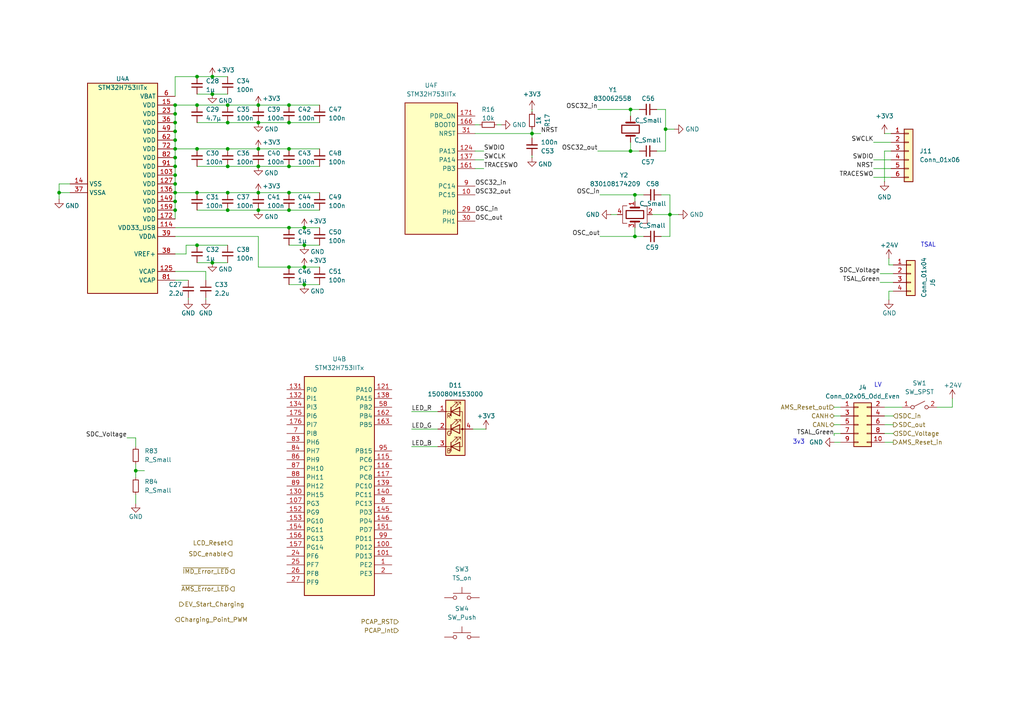
<source format=kicad_sch>
(kicad_sch
	(version 20231120)
	(generator "eeschema")
	(generator_version "8.0")
	(uuid "35b8a975-a1f8-4a47-8395-8e1ea283b386")
	(paper "A4")
	
	(junction
		(at 50.8 58.42)
		(diameter 0)
		(color 0 0 0 0)
		(uuid "0639ff6d-0fa4-4a92-9101-ae69b2e89fd2")
	)
	(junction
		(at 61.595 22.225)
		(diameter 0)
		(color 0 0 0 0)
		(uuid "0fb52946-5285-4acc-80fc-8023aaa28b8f")
	)
	(junction
		(at 57.15 30.48)
		(diameter 0)
		(color 0 0 0 0)
		(uuid "1277a601-4d5f-42fb-a0c5-a1f18ba0016e")
	)
	(junction
		(at 17.145 55.88)
		(diameter 0)
		(color 0 0 0 0)
		(uuid "2796a69f-5a9c-488e-9ca8-97c62d488f95")
	)
	(junction
		(at 39.37 136.525)
		(diameter 0)
		(color 0 0 0 0)
		(uuid "38d409b5-2312-4643-b1fc-fd0131fce598")
	)
	(junction
		(at 57.15 55.88)
		(diameter 0)
		(color 0 0 0 0)
		(uuid "3a44a5b6-35e6-477b-bf34-724cef99df7e")
	)
	(junction
		(at 50.8 30.48)
		(diameter 0)
		(color 0 0 0 0)
		(uuid "3b2e415b-e57a-4f5e-b680-987d6e0ee75d")
	)
	(junction
		(at 66.04 43.18)
		(diameter 0)
		(color 0 0 0 0)
		(uuid "412c5816-2822-46ca-a32f-61cb431bfe1e")
	)
	(junction
		(at 50.8 33.02)
		(diameter 0)
		(color 0 0 0 0)
		(uuid "430d2d22-0f07-45e6-a066-ebb18e98b45d")
	)
	(junction
		(at 83.82 77.47)
		(diameter 0)
		(color 0 0 0 0)
		(uuid "432f5d77-435d-4ec6-8d84-c3578eca972e")
	)
	(junction
		(at 74.93 48.26)
		(diameter 0)
		(color 0 0 0 0)
		(uuid "43f5a8a8-38be-4f74-81aa-71bbc42e5709")
	)
	(junction
		(at 88.265 82.55)
		(diameter 0)
		(color 0 0 0 0)
		(uuid "4904ae19-57ee-4766-a793-026af6184969")
	)
	(junction
		(at 50.8 55.88)
		(diameter 0)
		(color 0 0 0 0)
		(uuid "4a33e8c1-b15f-4db0-b29d-1dd2148aad9a")
	)
	(junction
		(at 74.93 55.88)
		(diameter 0)
		(color 0 0 0 0)
		(uuid "4bd9b2ee-526d-4e54-8543-852c7a6f1074")
	)
	(junction
		(at 50.8 38.1)
		(diameter 0)
		(color 0 0 0 0)
		(uuid "4bef900f-dc66-42af-b560-e8cc8d6a6bce")
	)
	(junction
		(at 50.8 35.56)
		(diameter 0)
		(color 0 0 0 0)
		(uuid "4c2b925c-0792-420d-8f18-1f562d9b6ba2")
	)
	(junction
		(at 88.265 71.12)
		(diameter 0)
		(color 0 0 0 0)
		(uuid "4ff38491-b732-4bec-930a-4ca407ceb858")
	)
	(junction
		(at 193.04 37.465)
		(diameter 0)
		(color 0 0 0 0)
		(uuid "556ed635-fced-44e3-845c-f708c990d149")
	)
	(junction
		(at 83.82 66.04)
		(diameter 0)
		(color 0 0 0 0)
		(uuid "58f143f7-5a5b-4ff8-89cf-03a63964eb53")
	)
	(junction
		(at 184.15 56.515)
		(diameter 0)
		(color 0 0 0 0)
		(uuid "592f8bd9-4310-4fe4-b840-3718d5a08ff0")
	)
	(junction
		(at 74.93 35.56)
		(diameter 0)
		(color 0 0 0 0)
		(uuid "5a46c399-0f9f-4049-86b9-32bfb792b0a4")
	)
	(junction
		(at 57.15 22.225)
		(diameter 0)
		(color 0 0 0 0)
		(uuid "5ee7831a-b9cd-4699-8b90-ccd7a33a516a")
	)
	(junction
		(at 83.82 60.96)
		(diameter 0)
		(color 0 0 0 0)
		(uuid "62af3ba4-2380-4137-9c4c-8f703fa148db")
	)
	(junction
		(at 74.93 30.48)
		(diameter 0)
		(color 0 0 0 0)
		(uuid "6b4ae941-68bd-4806-b564-6051c3e374f6")
	)
	(junction
		(at 50.8 45.72)
		(diameter 0)
		(color 0 0 0 0)
		(uuid "6e7d6e8b-008e-46f2-97bf-300e301fcdc5")
	)
	(junction
		(at 61.595 27.305)
		(diameter 0)
		(color 0 0 0 0)
		(uuid "84972f59-b0b8-441f-aae9-7917b0ac015f")
	)
	(junction
		(at 74.93 43.18)
		(diameter 0)
		(color 0 0 0 0)
		(uuid "84d185bd-171c-460f-91bf-66aa757880e7")
	)
	(junction
		(at 66.04 35.56)
		(diameter 0)
		(color 0 0 0 0)
		(uuid "8a3e42ba-433e-476e-bec8-923cd84f46fb")
	)
	(junction
		(at 50.8 50.8)
		(diameter 0)
		(color 0 0 0 0)
		(uuid "93864b3d-3224-4702-bf3d-2ed04340069c")
	)
	(junction
		(at 88.265 77.47)
		(diameter 0)
		(color 0 0 0 0)
		(uuid "9e0818cf-2913-43d0-81ad-5fd7c6a3ddb1")
	)
	(junction
		(at 66.04 48.26)
		(diameter 0)
		(color 0 0 0 0)
		(uuid "a8da62c7-b5b2-4a05-8568-ce944b258201")
	)
	(junction
		(at 184.15 68.58)
		(diameter 0)
		(color 0 0 0 0)
		(uuid "ac9f37a4-8446-4a5b-a6ff-9f608799a097")
	)
	(junction
		(at 50.8 48.26)
		(diameter 0)
		(color 0 0 0 0)
		(uuid "b510fd1a-117a-465f-a751-9a561bd2ac96")
	)
	(junction
		(at 50.8 40.64)
		(diameter 0)
		(color 0 0 0 0)
		(uuid "b530e2a2-741c-4c76-ace0-7d60e6d206ce")
	)
	(junction
		(at 83.82 55.88)
		(diameter 0)
		(color 0 0 0 0)
		(uuid "bca7b570-75fa-40a7-a5dd-b415eee9e6fa")
	)
	(junction
		(at 83.82 48.26)
		(diameter 0)
		(color 0 0 0 0)
		(uuid "bcf0274b-9b82-4ddd-b442-da13a9d22e46")
	)
	(junction
		(at 57.15 71.12)
		(diameter 0)
		(color 0 0 0 0)
		(uuid "bdeb1722-eb35-4647-a7e0-350ed2e01785")
	)
	(junction
		(at 194.31 62.23)
		(diameter 0)
		(color 0 0 0 0)
		(uuid "c2234057-b903-484a-a2e3-a32a8859901c")
	)
	(junction
		(at 74.93 60.96)
		(diameter 0)
		(color 0 0 0 0)
		(uuid "c55b6c0a-705b-4ad7-afc8-beda683bc62e")
	)
	(junction
		(at 57.15 43.18)
		(diameter 0)
		(color 0 0 0 0)
		(uuid "ced6b67c-b589-447b-b173-eb3d5278bd77")
	)
	(junction
		(at 88.265 66.04)
		(diameter 0)
		(color 0 0 0 0)
		(uuid "ceeeb9fd-c3cf-438c-9822-df85739f3524")
	)
	(junction
		(at 154.305 38.735)
		(diameter 0)
		(color 0 0 0 0)
		(uuid "d01fb329-49c1-4312-9a86-8c2522e92a75")
	)
	(junction
		(at 182.88 43.815)
		(diameter 0)
		(color 0 0 0 0)
		(uuid "d62f36d0-5342-483c-96b2-d979dd1cfd28")
	)
	(junction
		(at 182.88 31.75)
		(diameter 0)
		(color 0 0 0 0)
		(uuid "d7b6fc6c-855c-4ad5-b8db-ffb1631d4d8e")
	)
	(junction
		(at 61.595 76.2)
		(diameter 0)
		(color 0 0 0 0)
		(uuid "dc976682-daa7-427b-b632-e4e6f1b2f4a5")
	)
	(junction
		(at 50.8 53.34)
		(diameter 0)
		(color 0 0 0 0)
		(uuid "e0d34c7c-a2c8-4d45-a4be-7edc074c7759")
	)
	(junction
		(at 83.82 30.48)
		(diameter 0)
		(color 0 0 0 0)
		(uuid "e6ae9a3e-d48c-4e18-9235-74fe81b4c978")
	)
	(junction
		(at 50.8 60.96)
		(diameter 0)
		(color 0 0 0 0)
		(uuid "eea696d1-0980-4f7d-9ba9-1ff3dcb2b606")
	)
	(junction
		(at 66.04 55.88)
		(diameter 0)
		(color 0 0 0 0)
		(uuid "f3f74bf6-10b1-4218-bfb6-61ef3118c054")
	)
	(junction
		(at 66.04 60.96)
		(diameter 0)
		(color 0 0 0 0)
		(uuid "f5150f2b-4683-49e5-a470-3066104142ee")
	)
	(junction
		(at 50.8 43.18)
		(diameter 0)
		(color 0 0 0 0)
		(uuid "f5abb69e-3023-40b6-8c88-ffed31815111")
	)
	(junction
		(at 66.04 30.48)
		(diameter 0)
		(color 0 0 0 0)
		(uuid "f71381d7-d154-4117-8ffa-0d9e641e8953")
	)
	(junction
		(at 83.82 43.18)
		(diameter 0)
		(color 0 0 0 0)
		(uuid "fa07ce36-60e8-4ebb-8b80-5cc0f863054d")
	)
	(junction
		(at 83.82 35.56)
		(diameter 0)
		(color 0 0 0 0)
		(uuid "fea021c6-6169-4cbd-bd9b-0c0e6e7bdfc0")
	)
	(wire
		(pts
			(xy 17.145 53.34) (xy 17.145 55.88)
		)
		(stroke
			(width 0)
			(type default)
		)
		(uuid "032e93c1-425f-4fcb-aba6-03ae1c74082b")
	)
	(wire
		(pts
			(xy 50.8 48.26) (xy 50.8 50.8)
		)
		(stroke
			(width 0)
			(type default)
		)
		(uuid "04debeef-549a-4c39-927b-69f1f0139e70")
	)
	(wire
		(pts
			(xy 119.38 129.54) (xy 127 129.54)
		)
		(stroke
			(width 0)
			(type default)
		)
		(uuid "05c2eb4c-a567-4a7b-9a8b-6cba89516905")
	)
	(wire
		(pts
			(xy 83.82 82.55) (xy 88.265 82.55)
		)
		(stroke
			(width 0)
			(type default)
		)
		(uuid "0897e0f0-120b-400e-bb14-897e40e7b02d")
	)
	(wire
		(pts
			(xy 50.8 43.18) (xy 50.8 45.72)
		)
		(stroke
			(width 0)
			(type default)
		)
		(uuid "097118d6-edc8-4348-b70f-10344c435092")
	)
	(wire
		(pts
			(xy 276.225 118.11) (xy 271.78 118.11)
		)
		(stroke
			(width 0)
			(type default)
		)
		(uuid "0abfaed6-42e2-4ebd-ac06-07b93585aba9")
	)
	(wire
		(pts
			(xy 193.04 31.75) (xy 190.5 31.75)
		)
		(stroke
			(width 0)
			(type default)
		)
		(uuid "0f6e8366-0d81-4da7-9f30-62173a06d853")
	)
	(wire
		(pts
			(xy 173.355 43.815) (xy 182.88 43.815)
		)
		(stroke
			(width 0)
			(type default)
		)
		(uuid "0f761e8c-44a9-43ba-8303-ba52fba04da2")
	)
	(wire
		(pts
			(xy 83.82 30.48) (xy 92.71 30.48)
		)
		(stroke
			(width 0)
			(type default)
		)
		(uuid "0fa1f5e0-0ffe-4f7d-bf74-e541cdb35448")
	)
	(wire
		(pts
			(xy 57.15 27.305) (xy 61.595 27.305)
		)
		(stroke
			(width 0)
			(type default)
		)
		(uuid "104524c5-4e85-46bb-8fcf-6e42d9b60b65")
	)
	(wire
		(pts
			(xy 182.88 41.275) (xy 182.88 43.815)
		)
		(stroke
			(width 0)
			(type default)
		)
		(uuid "11e88f10-3504-432d-b8ed-d3a2e1236c08")
	)
	(wire
		(pts
			(xy 185.42 31.75) (xy 182.88 31.75)
		)
		(stroke
			(width 0)
			(type default)
		)
		(uuid "13465972-5b15-4360-a8d8-10dafd7f715f")
	)
	(wire
		(pts
			(xy 50.8 78.74) (xy 59.69 78.74)
		)
		(stroke
			(width 0)
			(type default)
		)
		(uuid "148b4878-4176-450e-a5d5-e6bfe383516f")
	)
	(wire
		(pts
			(xy 276.225 115.57) (xy 276.225 118.11)
		)
		(stroke
			(width 0)
			(type default)
		)
		(uuid "149f6158-2d55-4904-9005-6a7af8f5b0bd")
	)
	(wire
		(pts
			(xy 50.8 68.58) (xy 74.93 68.58)
		)
		(stroke
			(width 0)
			(type default)
		)
		(uuid "17aaff2b-efe1-44db-8c2b-80df99259895")
	)
	(wire
		(pts
			(xy 257.81 86.995) (xy 257.81 84.455)
		)
		(stroke
			(width 0)
			(type default)
		)
		(uuid "17af4a42-5d6e-4b1d-a623-823e298f89ff")
	)
	(wire
		(pts
			(xy 88.265 66.04) (xy 92.71 66.04)
		)
		(stroke
			(width 0)
			(type default)
		)
		(uuid "1a1d5fa7-6a93-453f-bf03-bdc034a2e77b")
	)
	(wire
		(pts
			(xy 83.82 55.88) (xy 92.71 55.88)
		)
		(stroke
			(width 0)
			(type default)
		)
		(uuid "1c4dff5e-c946-4edf-b17e-21144a60469e")
	)
	(wire
		(pts
			(xy 241.935 120.65) (xy 243.84 120.65)
		)
		(stroke
			(width 0)
			(type default)
		)
		(uuid "1d2e0e02-2515-4d66-aeb3-65162d89a3f4")
	)
	(wire
		(pts
			(xy 66.04 30.48) (xy 74.93 30.48)
		)
		(stroke
			(width 0)
			(type default)
		)
		(uuid "1faf3668-c96e-4421-a896-b7c77f08f668")
	)
	(wire
		(pts
			(xy 50.8 81.28) (xy 54.61 81.28)
		)
		(stroke
			(width 0)
			(type default)
		)
		(uuid "1ffb5664-1168-4c3c-85d6-4fdbdf0c4e6e")
	)
	(wire
		(pts
			(xy 255.27 79.375) (xy 259.08 79.375)
		)
		(stroke
			(width 0)
			(type default)
		)
		(uuid "24d23fd4-dde8-468b-82b9-b8390fc82a84")
	)
	(wire
		(pts
			(xy 173.99 68.58) (xy 184.15 68.58)
		)
		(stroke
			(width 0)
			(type default)
		)
		(uuid "253dfb7b-e994-492e-9366-0b579cd2b921")
	)
	(wire
		(pts
			(xy 137.795 48.895) (xy 140.335 48.895)
		)
		(stroke
			(width 0)
			(type default)
		)
		(uuid "2648ca35-0d3b-41fc-a0c7-4426c47646af")
	)
	(wire
		(pts
			(xy 154.305 37.465) (xy 154.305 38.735)
		)
		(stroke
			(width 0)
			(type default)
		)
		(uuid "26c33951-823a-4537-8b37-6d067360a301")
	)
	(wire
		(pts
			(xy 50.8 22.225) (xy 57.15 22.225)
		)
		(stroke
			(width 0)
			(type default)
		)
		(uuid "309416c5-01a5-479d-b151-4aa15c679aae")
	)
	(wire
		(pts
			(xy 74.93 77.47) (xy 83.82 77.47)
		)
		(stroke
			(width 0)
			(type default)
		)
		(uuid "310b3c16-f636-42e3-92d9-8323bba36848")
	)
	(wire
		(pts
			(xy 66.04 35.56) (xy 74.93 35.56)
		)
		(stroke
			(width 0)
			(type default)
		)
		(uuid "330ea2aa-85e8-4ceb-99f4-7100f8ce0417")
	)
	(wire
		(pts
			(xy 154.305 38.735) (xy 156.845 38.735)
		)
		(stroke
			(width 0)
			(type default)
		)
		(uuid "347806f3-c012-4e14-b373-8933bd8734e0")
	)
	(wire
		(pts
			(xy 61.595 22.225) (xy 66.04 22.225)
		)
		(stroke
			(width 0)
			(type default)
		)
		(uuid "36718045-fcd1-41c9-be9f-27d2b1210fea")
	)
	(wire
		(pts
			(xy 66.04 55.88) (xy 74.93 55.88)
		)
		(stroke
			(width 0)
			(type default)
		)
		(uuid "36d2f170-42d7-42b6-bedf-1e807c2cdfa4")
	)
	(wire
		(pts
			(xy 50.8 40.64) (xy 50.8 43.18)
		)
		(stroke
			(width 0)
			(type default)
		)
		(uuid "3ef07bc0-0d1b-4958-a3ce-4224cfe09f5c")
	)
	(wire
		(pts
			(xy 137.795 36.195) (xy 139.065 36.195)
		)
		(stroke
			(width 0)
			(type default)
		)
		(uuid "403943a3-7606-4350-b9f9-7a83a426e950")
	)
	(wire
		(pts
			(xy 57.15 71.12) (xy 66.04 71.12)
		)
		(stroke
			(width 0)
			(type default)
		)
		(uuid "41a4017a-ed14-481c-94d2-358f975fdabf")
	)
	(wire
		(pts
			(xy 88.265 77.47) (xy 92.71 77.47)
		)
		(stroke
			(width 0)
			(type default)
		)
		(uuid "4744999c-668b-4ef7-aadc-3605c6b773bc")
	)
	(wire
		(pts
			(xy 241.935 125.73) (xy 243.84 125.73)
		)
		(stroke
			(width 0)
			(type default)
		)
		(uuid "4a8c75fc-97c8-4a4c-ae30-d2dd3740701b")
	)
	(wire
		(pts
			(xy 83.82 66.04) (xy 88.265 66.04)
		)
		(stroke
			(width 0)
			(type default)
		)
		(uuid "4b920d01-933a-491c-99e7-03b14beb823a")
	)
	(wire
		(pts
			(xy 20.32 55.88) (xy 17.145 55.88)
		)
		(stroke
			(width 0)
			(type default)
		)
		(uuid "4d5c3bc0-56ca-42fc-9e4b-f425c7170797")
	)
	(wire
		(pts
			(xy 53.975 73.66) (xy 53.975 71.12)
		)
		(stroke
			(width 0)
			(type default)
		)
		(uuid "50907a1c-ae3b-4cb2-8b1f-a2bbd698e6e7")
	)
	(wire
		(pts
			(xy 193.04 37.465) (xy 193.04 31.75)
		)
		(stroke
			(width 0)
			(type default)
		)
		(uuid "50b98742-cad0-4c19-a7a0-a62a29ac5fcc")
	)
	(wire
		(pts
			(xy 39.37 146.05) (xy 39.37 143.51)
		)
		(stroke
			(width 0)
			(type default)
		)
		(uuid "55392592-7026-4f7e-ac69-d16b34d6c332")
	)
	(wire
		(pts
			(xy 186.69 56.515) (xy 184.15 56.515)
		)
		(stroke
			(width 0)
			(type default)
		)
		(uuid "555e9d66-742b-4eec-a060-e02888a73929")
	)
	(wire
		(pts
			(xy 137.795 43.815) (xy 140.335 43.815)
		)
		(stroke
			(width 0)
			(type default)
		)
		(uuid "57d04a43-6d2e-4867-91ea-a8b774abf2a0")
	)
	(wire
		(pts
			(xy 184.15 56.515) (xy 184.15 58.42)
		)
		(stroke
			(width 0)
			(type default)
		)
		(uuid "5a7fb71b-fa03-4ad2-9d6d-61e0ee9e0398")
	)
	(wire
		(pts
			(xy 61.595 76.2) (xy 66.04 76.2)
		)
		(stroke
			(width 0)
			(type default)
		)
		(uuid "5aff9e20-a3fa-44e2-b265-1bacc7296e59")
	)
	(wire
		(pts
			(xy 154.305 40.005) (xy 154.305 38.735)
		)
		(stroke
			(width 0)
			(type default)
		)
		(uuid "60b71a6b-1157-4946-bc97-0a3329be562e")
	)
	(wire
		(pts
			(xy 74.93 30.48) (xy 83.82 30.48)
		)
		(stroke
			(width 0)
			(type default)
		)
		(uuid "6303d52b-100d-46f3-a928-30836b82f1cc")
	)
	(wire
		(pts
			(xy 83.82 48.26) (xy 92.71 48.26)
		)
		(stroke
			(width 0)
			(type default)
		)
		(uuid "6396b971-f44f-406f-9e4e-0613cb6bf000")
	)
	(wire
		(pts
			(xy 39.37 136.525) (xy 41.91 136.525)
		)
		(stroke
			(width 0)
			(type default)
		)
		(uuid "6625ace8-7df0-49fe-be18-552f69797353")
	)
	(wire
		(pts
			(xy 57.15 35.56) (xy 66.04 35.56)
		)
		(stroke
			(width 0)
			(type default)
		)
		(uuid "6806237e-7ade-4701-8b03-154f1dcd585d")
	)
	(wire
		(pts
			(xy 50.8 55.88) (xy 50.8 58.42)
		)
		(stroke
			(width 0)
			(type default)
		)
		(uuid "6a586c9f-68a8-4812-82a9-a5e31d2a3515")
	)
	(wire
		(pts
			(xy 137.16 124.46) (xy 140.97 124.46)
		)
		(stroke
			(width 0)
			(type default)
		)
		(uuid "6d45df03-d4db-468d-b940-85424d61490f")
	)
	(wire
		(pts
			(xy 255.27 81.915) (xy 259.08 81.915)
		)
		(stroke
			(width 0)
			(type default)
		)
		(uuid "6e4c3d8c-0039-454c-9ed5-ebed97a25dfd")
	)
	(wire
		(pts
			(xy 194.31 68.58) (xy 194.31 62.23)
		)
		(stroke
			(width 0)
			(type default)
		)
		(uuid "6e65cf2f-79a8-42d3-a1d9-dc3348bdfd63")
	)
	(wire
		(pts
			(xy 256.54 43.815) (xy 258.445 43.815)
		)
		(stroke
			(width 0)
			(type default)
		)
		(uuid "6f73b510-add9-447a-a656-606690f47875")
	)
	(wire
		(pts
			(xy 184.15 68.58) (xy 186.69 68.58)
		)
		(stroke
			(width 0)
			(type default)
		)
		(uuid "703d9349-c8a4-4a59-8d3d-5b12a6be4b90")
	)
	(wire
		(pts
			(xy 53.975 71.12) (xy 57.15 71.12)
		)
		(stroke
			(width 0)
			(type default)
		)
		(uuid "73b6ecd5-6c6d-4016-bd27-0a2d8d9f1dcb")
	)
	(wire
		(pts
			(xy 83.82 77.47) (xy 88.265 77.47)
		)
		(stroke
			(width 0)
			(type default)
		)
		(uuid "75c1b770-6d91-48ed-b5bb-2a7474ec1302")
	)
	(wire
		(pts
			(xy 83.82 35.56) (xy 92.71 35.56)
		)
		(stroke
			(width 0)
			(type default)
		)
		(uuid "79b4f1a0-ad3e-42ad-8d4d-96fdacee2d98")
	)
	(wire
		(pts
			(xy 50.8 73.66) (xy 53.975 73.66)
		)
		(stroke
			(width 0)
			(type default)
		)
		(uuid "7af938fc-d107-4e8b-b420-77fc02771c52")
	)
	(wire
		(pts
			(xy 173.99 56.515) (xy 184.15 56.515)
		)
		(stroke
			(width 0)
			(type default)
		)
		(uuid "83a55d68-4ab7-4179-9354-0c5cc77b1c73")
	)
	(wire
		(pts
			(xy 66.04 48.26) (xy 74.93 48.26)
		)
		(stroke
			(width 0)
			(type default)
		)
		(uuid "84e3fdd0-3727-441e-a756-9e0c64b0f45f")
	)
	(wire
		(pts
			(xy 137.795 46.355) (xy 140.335 46.355)
		)
		(stroke
			(width 0)
			(type default)
		)
		(uuid "88b8f5b6-3715-41e0-a3a8-0d0e3a6c1e02")
	)
	(wire
		(pts
			(xy 50.8 66.04) (xy 83.82 66.04)
		)
		(stroke
			(width 0)
			(type default)
		)
		(uuid "8b6d86c8-a76b-4172-a3e3-318a9ff50aa3")
	)
	(wire
		(pts
			(xy 119.38 119.38) (xy 127 119.38)
		)
		(stroke
			(width 0)
			(type default)
		)
		(uuid "8ebbf762-fbce-49fe-bfeb-dcdacafb24c4")
	)
	(wire
		(pts
			(xy 253.365 46.355) (xy 258.445 46.355)
		)
		(stroke
			(width 0)
			(type default)
		)
		(uuid "9010c615-b8dc-48be-91ed-68e32181e1d7")
	)
	(wire
		(pts
			(xy 184.15 66.04) (xy 184.15 68.58)
		)
		(stroke
			(width 0)
			(type default)
		)
		(uuid "901b9b2d-ac73-44b7-895b-ec05897b6639")
	)
	(wire
		(pts
			(xy 194.31 62.23) (xy 196.85 62.23)
		)
		(stroke
			(width 0)
			(type default)
		)
		(uuid "9093e411-b067-4966-8fa8-328292f3ebea")
	)
	(wire
		(pts
			(xy 50.8 53.34) (xy 50.8 55.88)
		)
		(stroke
			(width 0)
			(type default)
		)
		(uuid "90b8ebde-31c8-4847-a287-5f7fd9675ba3")
	)
	(wire
		(pts
			(xy 243.84 128.27) (xy 241.935 128.27)
		)
		(stroke
			(width 0)
			(type default)
		)
		(uuid "91741062-b740-4586-b9f4-922451ae440c")
	)
	(wire
		(pts
			(xy 88.265 71.12) (xy 92.71 71.12)
		)
		(stroke
			(width 0)
			(type default)
		)
		(uuid "973662df-2e27-4c95-a259-713a9d128e46")
	)
	(wire
		(pts
			(xy 182.88 43.815) (xy 185.42 43.815)
		)
		(stroke
			(width 0)
			(type default)
		)
		(uuid "97ede80a-b5b1-4149-b441-4a9a24261021")
	)
	(wire
		(pts
			(xy 17.145 55.88) (xy 17.145 57.785)
		)
		(stroke
			(width 0)
			(type default)
		)
		(uuid "98d5f97d-76ee-4339-9fcb-0aad1bffdd91")
	)
	(wire
		(pts
			(xy 257.81 74.93) (xy 257.81 76.835)
		)
		(stroke
			(width 0)
			(type default)
		)
		(uuid "9b45f6d1-d5f6-49df-b13f-a61d564c7e69")
	)
	(wire
		(pts
			(xy 194.31 62.23) (xy 189.23 62.23)
		)
		(stroke
			(width 0)
			(type default)
		)
		(uuid "9cc1ff3f-cefe-4a7e-b237-e926d6edbe05")
	)
	(wire
		(pts
			(xy 257.81 76.835) (xy 259.08 76.835)
		)
		(stroke
			(width 0)
			(type default)
		)
		(uuid "9d514266-0ddd-4350-a00d-f23dcaf52f6f")
	)
	(wire
		(pts
			(xy 241.935 126.365) (xy 241.935 125.73)
		)
		(stroke
			(width 0)
			(type default)
		)
		(uuid "9f544dbe-c4bf-4ea9-ae26-92987485c5f5")
	)
	(wire
		(pts
			(xy 50.8 45.72) (xy 50.8 48.26)
		)
		(stroke
			(width 0)
			(type default)
		)
		(uuid "9f9ae461-b89c-4786-9861-dda1960da6f7")
	)
	(wire
		(pts
			(xy 57.15 22.225) (xy 61.595 22.225)
		)
		(stroke
			(width 0)
			(type default)
		)
		(uuid "a10ab475-065e-44da-aa1e-4acd1b79678e")
	)
	(wire
		(pts
			(xy 74.93 60.96) (xy 83.82 60.96)
		)
		(stroke
			(width 0)
			(type default)
		)
		(uuid "a1794c33-030e-4353-b243-ecbb43184f8d")
	)
	(wire
		(pts
			(xy 83.82 71.12) (xy 88.265 71.12)
		)
		(stroke
			(width 0)
			(type default)
		)
		(uuid "a5b56033-b81b-415f-a7ab-e84f87f8230e")
	)
	(wire
		(pts
			(xy 194.31 62.23) (xy 194.31 56.515)
		)
		(stroke
			(width 0)
			(type default)
		)
		(uuid "a5ffdd7d-d73d-4f19-a48a-67b6dccc47b4")
	)
	(wire
		(pts
			(xy 39.37 129.54) (xy 39.37 127)
		)
		(stroke
			(width 0)
			(type default)
		)
		(uuid "a718020f-1fd0-4ca7-bf42-8f95f5bffabc")
	)
	(wire
		(pts
			(xy 137.795 38.735) (xy 154.305 38.735)
		)
		(stroke
			(width 0)
			(type default)
		)
		(uuid "a7538366-43ba-4f57-a90e-c52e3d942daa")
	)
	(wire
		(pts
			(xy 57.15 30.48) (xy 66.04 30.48)
		)
		(stroke
			(width 0)
			(type default)
		)
		(uuid "a904c53b-8e3e-4bc5-a27f-7383e8f2953d")
	)
	(wire
		(pts
			(xy 256.54 118.11) (xy 261.62 118.11)
		)
		(stroke
			(width 0)
			(type default)
		)
		(uuid "aa32e37b-0a16-4d8d-9d0d-b8b5ce96dcc7")
	)
	(wire
		(pts
			(xy 74.93 35.56) (xy 83.82 35.56)
		)
		(stroke
			(width 0)
			(type default)
		)
		(uuid "abd2ae2c-7f6e-41ad-b5a6-a31e8ed94f3d")
	)
	(wire
		(pts
			(xy 57.15 55.88) (xy 66.04 55.88)
		)
		(stroke
			(width 0)
			(type default)
		)
		(uuid "ae0acb81-b15c-450b-a2ac-387ea9ab04b3")
	)
	(wire
		(pts
			(xy 50.8 43.18) (xy 57.15 43.18)
		)
		(stroke
			(width 0)
			(type default)
		)
		(uuid "aff8a17b-3015-4cf1-8e0d-8ef617a730ba")
	)
	(wire
		(pts
			(xy 193.04 37.465) (xy 195.58 37.465)
		)
		(stroke
			(width 0)
			(type default)
		)
		(uuid "b02cc84c-3b43-429e-8e86-e6e1d1ce361b")
	)
	(wire
		(pts
			(xy 50.8 30.48) (xy 50.8 33.02)
		)
		(stroke
			(width 0)
			(type default)
		)
		(uuid "b1ae31fb-1a94-46ff-a0d3-79e8bfa3c878")
	)
	(wire
		(pts
			(xy 74.93 68.58) (xy 74.93 77.47)
		)
		(stroke
			(width 0)
			(type default)
		)
		(uuid "b1dc4209-40df-4759-aea9-c51c8866f739")
	)
	(wire
		(pts
			(xy 61.595 27.305) (xy 66.04 27.305)
		)
		(stroke
			(width 0)
			(type default)
		)
		(uuid "b3d8913f-1aa7-40ac-99a2-1b72070425a2")
	)
	(wire
		(pts
			(xy 179.07 62.23) (xy 177.165 62.23)
		)
		(stroke
			(width 0)
			(type default)
		)
		(uuid "b44ddd19-f7b2-4443-823a-1c3e203348e6")
	)
	(wire
		(pts
			(xy 50.8 38.1) (xy 50.8 40.64)
		)
		(stroke
			(width 0)
			(type default)
		)
		(uuid "b9134148-0f84-422d-a32b-3fcf769797f7")
	)
	(wire
		(pts
			(xy 257.81 84.455) (xy 259.08 84.455)
		)
		(stroke
			(width 0)
			(type default)
		)
		(uuid "ba6006e7-4dd6-47cd-9a49-d472237f9fca")
	)
	(wire
		(pts
			(xy 259.08 123.19) (xy 256.54 123.19)
		)
		(stroke
			(width 0)
			(type default)
		)
		(uuid "be3e7755-9ddd-4e14-bf63-c382e9a0fa96")
	)
	(wire
		(pts
			(xy 193.04 43.815) (xy 193.04 37.465)
		)
		(stroke
			(width 0)
			(type default)
		)
		(uuid "c05031d1-c5f7-4e32-97ca-5bd564c91da7")
	)
	(wire
		(pts
			(xy 66.04 43.18) (xy 74.93 43.18)
		)
		(stroke
			(width 0)
			(type default)
		)
		(uuid "c1d25501-d3fe-4f7d-9654-beb2d3627ac7")
	)
	(wire
		(pts
			(xy 39.37 138.43) (xy 39.37 136.525)
		)
		(stroke
			(width 0)
			(type default)
		)
		(uuid "c31f2617-caa5-4a7d-990a-868a5a780034")
	)
	(wire
		(pts
			(xy 50.8 27.94) (xy 50.8 22.225)
		)
		(stroke
			(width 0)
			(type default)
		)
		(uuid "c3796c48-a789-4b20-a083-0e1d425deda3")
	)
	(wire
		(pts
			(xy 253.365 41.275) (xy 258.445 41.275)
		)
		(stroke
			(width 0)
			(type default)
		)
		(uuid "c4cc7595-e852-46e0-a31f-7880cd8d32d8")
	)
	(wire
		(pts
			(xy 259.08 120.65) (xy 256.54 120.65)
		)
		(stroke
			(width 0)
			(type default)
		)
		(uuid "c65c5f2c-0fbe-4cfe-bc9d-11f7ed508b7e")
	)
	(wire
		(pts
			(xy 74.93 48.26) (xy 83.82 48.26)
		)
		(stroke
			(width 0)
			(type default)
		)
		(uuid "c669eee8-cc24-42bd-ab09-308673a75537")
	)
	(wire
		(pts
			(xy 59.69 86.36) (xy 59.69 86.995)
		)
		(stroke
			(width 0)
			(type default)
		)
		(uuid "c68610c4-f28d-43f9-bfa1-f701535aa437")
	)
	(wire
		(pts
			(xy 182.88 31.75) (xy 182.88 33.655)
		)
		(stroke
			(width 0)
			(type default)
		)
		(uuid "c746e32e-dd45-4e64-bb62-4f908a2c0b2f")
	)
	(wire
		(pts
			(xy 50.8 33.02) (xy 50.8 35.56)
		)
		(stroke
			(width 0)
			(type default)
		)
		(uuid "c7bd5086-ca38-44f5-870f-2f752df89d1b")
	)
	(wire
		(pts
			(xy 57.15 43.18) (xy 66.04 43.18)
		)
		(stroke
			(width 0)
			(type default)
		)
		(uuid "ca072fd7-5b8b-471b-929e-2aa276017629")
	)
	(wire
		(pts
			(xy 256.54 52.705) (xy 256.54 43.815)
		)
		(stroke
			(width 0)
			(type default)
		)
		(uuid "cb602a9a-e333-405a-af64-80e46bab2e85")
	)
	(wire
		(pts
			(xy 39.37 136.525) (xy 39.37 134.62)
		)
		(stroke
			(width 0)
			(type default)
		)
		(uuid "cb9574ab-64dd-46d6-a9d1-512c2e4f69a6")
	)
	(wire
		(pts
			(xy 173.355 31.75) (xy 182.88 31.75)
		)
		(stroke
			(width 0)
			(type default)
		)
		(uuid "cd8fa5a3-5d22-4ddb-bd0b-3b2a0b73f9b3")
	)
	(wire
		(pts
			(xy 50.8 55.88) (xy 57.15 55.88)
		)
		(stroke
			(width 0)
			(type default)
		)
		(uuid "cda3a489-d178-47ca-abe0-0bf76d56af84")
	)
	(wire
		(pts
			(xy 50.8 60.96) (xy 50.8 63.5)
		)
		(stroke
			(width 0)
			(type default)
		)
		(uuid "cec41447-85b6-4ac7-b3a5-8aa14144188b")
	)
	(wire
		(pts
			(xy 57.15 60.96) (xy 66.04 60.96)
		)
		(stroke
			(width 0)
			(type default)
		)
		(uuid "d0fa1f4f-f2c3-4549-998f-7bcb2345509c")
	)
	(wire
		(pts
			(xy 256.54 38.735) (xy 258.445 38.735)
		)
		(stroke
			(width 0)
			(type default)
		)
		(uuid "d13cd28e-96c7-44e9-bcf1-4f2af7fb67e9")
	)
	(wire
		(pts
			(xy 154.305 45.085) (xy 154.305 45.72)
		)
		(stroke
			(width 0)
			(type default)
		)
		(uuid "d2e81d6d-e150-4e35-b4a7-c843b4959144")
	)
	(wire
		(pts
			(xy 83.82 60.96) (xy 92.71 60.96)
		)
		(stroke
			(width 0)
			(type default)
		)
		(uuid "d52f6f76-ef25-42a8-ab24-76ceda00ecad")
	)
	(wire
		(pts
			(xy 57.15 76.2) (xy 61.595 76.2)
		)
		(stroke
			(width 0)
			(type default)
		)
		(uuid "d632a0bf-e946-4176-9916-d48012581cbd")
	)
	(wire
		(pts
			(xy 36.83 127) (xy 39.37 127)
		)
		(stroke
			(width 0)
			(type default)
		)
		(uuid "d746fa11-faec-4995-b8cc-48a7bfee6e1d")
	)
	(wire
		(pts
			(xy 119.38 124.46) (xy 127 124.46)
		)
		(stroke
			(width 0)
			(type default)
		)
		(uuid "d7e7fa18-61a0-48c0-b477-7dc555de07c2")
	)
	(wire
		(pts
			(xy 50.8 50.8) (xy 50.8 53.34)
		)
		(stroke
			(width 0)
			(type default)
		)
		(uuid "d8072cc1-08a8-4a90-905e-712192f81eca")
	)
	(wire
		(pts
			(xy 50.8 58.42) (xy 50.8 60.96)
		)
		(stroke
			(width 0)
			(type default)
		)
		(uuid "d8b341ac-5908-4112-9f04-380cbb665643")
	)
	(wire
		(pts
			(xy 17.145 53.34) (xy 20.32 53.34)
		)
		(stroke
			(width 0)
			(type default)
		)
		(uuid "dc8875f4-e90d-41ba-98eb-f6bc189c2a73")
	)
	(wire
		(pts
			(xy 259.08 128.27) (xy 256.54 128.27)
		)
		(stroke
			(width 0)
			(type default)
		)
		(uuid "dcfbe970-5ac3-44c1-a072-27b6663d5232")
	)
	(wire
		(pts
			(xy 50.8 35.56) (xy 50.8 38.1)
		)
		(stroke
			(width 0)
			(type default)
		)
		(uuid "dd73ee35-d392-4efd-8a07-2bf45bf4cec6")
	)
	(wire
		(pts
			(xy 154.305 31.75) (xy 154.305 32.385)
		)
		(stroke
			(width 0)
			(type default)
		)
		(uuid "de75ee4d-78a0-4201-914d-1d959b1327f3")
	)
	(wire
		(pts
			(xy 74.93 55.88) (xy 83.82 55.88)
		)
		(stroke
			(width 0)
			(type default)
		)
		(uuid "de7b5edf-77b4-435d-9d0d-948820ce13f4")
	)
	(wire
		(pts
			(xy 256.54 125.73) (xy 259.08 125.73)
		)
		(stroke
			(width 0)
			(type default)
		)
		(uuid "df67d0e7-4cd8-4f2a-98d6-52325d4b6123")
	)
	(wire
		(pts
			(xy 88.265 82.55) (xy 92.71 82.55)
		)
		(stroke
			(width 0)
			(type default)
		)
		(uuid "e40c90e3-bbe3-461e-b749-c0e92b8238ba")
	)
	(wire
		(pts
			(xy 83.82 43.18) (xy 92.71 43.18)
		)
		(stroke
			(width 0)
			(type default)
		)
		(uuid "e4edb694-5767-46f1-bf54-abb8e680e391")
	)
	(wire
		(pts
			(xy 57.15 48.26) (xy 66.04 48.26)
		)
		(stroke
			(width 0)
			(type default)
		)
		(uuid "e86f75e3-a4e6-430a-a759-76344e915001")
	)
	(wire
		(pts
			(xy 74.93 43.18) (xy 83.82 43.18)
		)
		(stroke
			(width 0)
			(type default)
		)
		(uuid "e8db1980-99b4-44a6-a579-f3360393ea66")
	)
	(wire
		(pts
			(xy 144.145 36.195) (xy 145.415 36.195)
		)
		(stroke
			(width 0)
			(type default)
		)
		(uuid "ed778361-f32d-4f64-8730-2db9c518174c")
	)
	(wire
		(pts
			(xy 190.5 43.815) (xy 193.04 43.815)
		)
		(stroke
			(width 0)
			(type default)
		)
		(uuid "ee89c692-8a9a-4c94-b19d-a04af2ef7d7b")
	)
	(wire
		(pts
			(xy 59.69 78.74) (xy 59.69 81.28)
		)
		(stroke
			(width 0)
			(type default)
		)
		(uuid "ef6a5a82-fea3-422c-a2b8-3bd4ffc3e1c9")
	)
	(wire
		(pts
			(xy 66.04 60.96) (xy 74.93 60.96)
		)
		(stroke
			(width 0)
			(type default)
		)
		(uuid "f40175dc-9032-4eac-9ef0-d9d6467bc0de")
	)
	(wire
		(pts
			(xy 241.935 118.11) (xy 243.84 118.11)
		)
		(stroke
			(width 0)
			(type default)
		)
		(uuid "f878ad44-de7e-42fe-9a17-9974988a80c5")
	)
	(wire
		(pts
			(xy 253.365 48.895) (xy 258.445 48.895)
		)
		(stroke
			(width 0)
			(type default)
		)
		(uuid "f8973105-6504-4425-b948-d80b6408e343")
	)
	(wire
		(pts
			(xy 54.61 86.36) (xy 54.61 86.995)
		)
		(stroke
			(width 0)
			(type default)
		)
		(uuid "f9d210eb-3ed4-4e5b-82b3-f9a2ad53717d")
	)
	(wire
		(pts
			(xy 241.935 123.19) (xy 243.84 123.19)
		)
		(stroke
			(width 0)
			(type default)
		)
		(uuid "f9f7020a-9b35-44a4-a503-6a47b3ad26b9")
	)
	(wire
		(pts
			(xy 194.31 56.515) (xy 191.77 56.515)
		)
		(stroke
			(width 0)
			(type default)
		)
		(uuid "fa1aef1b-5a73-42af-8f0f-5df2a04bc1e1")
	)
	(wire
		(pts
			(xy 50.8 30.48) (xy 57.15 30.48)
		)
		(stroke
			(width 0)
			(type default)
		)
		(uuid "fcc6655f-c036-4a62-a5d6-1a7c59f0cae6")
	)
	(wire
		(pts
			(xy 191.77 68.58) (xy 194.31 68.58)
		)
		(stroke
			(width 0)
			(type default)
		)
		(uuid "ff4fa48a-405e-424e-aeeb-a8830455f2f6")
	)
	(wire
		(pts
			(xy 253.365 51.435) (xy 258.445 51.435)
		)
		(stroke
			(width 0)
			(type default)
		)
		(uuid "fff480cc-019d-481c-87e3-4b2fa3340e6b")
	)
	(text "3v3"
		(exclude_from_sim no)
		(at 229.87 128.27 0)
		(effects
			(font
				(size 1.27 1.27)
			)
			(justify left)
		)
		(uuid "364922e6-446e-413c-878a-bdcedb16435f")
	)
	(text "LV"
		(exclude_from_sim no)
		(at 254.635 111.76 0)
		(effects
			(font
				(size 1.27 1.27)
			)
		)
		(uuid "8e72c987-571c-4fd1-98e2-d688bb9b9a23")
	)
	(text "TSAL"
		(exclude_from_sim no)
		(at 269.24 71.12 0)
		(effects
			(font
				(size 1.27 1.27)
			)
		)
		(uuid "b0e08e63-728e-465b-a9bb-a2354a70eaa5")
	)
	(label "OSC32_in"
		(at 137.795 53.975 0)
		(effects
			(font
				(size 1.27 1.27)
			)
			(justify left bottom)
		)
		(uuid "19813481-9ae3-4037-884b-51625c037e7d")
	)
	(label "SDC_Voltage"
		(at 36.83 127 180)
		(effects
			(font
				(size 1.27 1.27)
			)
			(justify right bottom)
		)
		(uuid "21a5dbef-ac0b-4798-a134-48b51eff2e9f")
	)
	(label "TRACESWO"
		(at 253.365 51.435 180)
		(effects
			(font
				(size 1.27 1.27)
			)
			(justify right bottom)
		)
		(uuid "24d76100-8588-4076-8ece-b0e81c39c707")
	)
	(label "SWCLK"
		(at 140.335 46.355 0)
		(effects
			(font
				(size 1.27 1.27)
			)
			(justify left bottom)
		)
		(uuid "38c12cdd-c83d-4773-af4f-37070012803f")
	)
	(label "LED_R"
		(at 119.38 119.38 0)
		(effects
			(font
				(size 1.27 1.27)
			)
			(justify left bottom)
		)
		(uuid "429e4ec6-3fc9-4ecd-8fa9-b4cc84325fdf")
	)
	(label "TSAL_Green"
		(at 241.935 126.365 180)
		(effects
			(font
				(size 1.27 1.27)
			)
			(justify right bottom)
		)
		(uuid "51e61b87-204d-4bc9-9ab7-72a9b8455cc1")
	)
	(label "OSC_out"
		(at 173.99 68.58 180)
		(effects
			(font
				(size 1.27 1.27)
			)
			(justify right bottom)
		)
		(uuid "7062997f-c65f-40c4-9609-748e0106fb51")
	)
	(label "NRST"
		(at 156.845 38.735 0)
		(effects
			(font
				(size 1.27 1.27)
			)
			(justify left bottom)
		)
		(uuid "8bf8ceed-7afc-4899-946c-f8b28fc005c5")
	)
	(label "OSC_in"
		(at 137.795 61.595 0)
		(effects
			(font
				(size 1.27 1.27)
			)
			(justify left bottom)
		)
		(uuid "947caf57-b711-468d-9307-7eda36798b3e")
	)
	(label "LED_G"
		(at 119.38 124.46 0)
		(effects
			(font
				(size 1.27 1.27)
			)
			(justify left bottom)
		)
		(uuid "95aa0cff-24dd-4737-a845-f949e3cd76f5")
	)
	(label "SWDIO"
		(at 140.335 43.815 0)
		(effects
			(font
				(size 1.27 1.27)
			)
			(justify left bottom)
		)
		(uuid "a3222c70-db07-4f66-b3b2-470afb482b42")
	)
	(label "OSC32_in"
		(at 173.355 31.75 180)
		(effects
			(font
				(size 1.27 1.27)
			)
			(justify right bottom)
		)
		(uuid "a7ce611c-0839-403b-895e-09257ec2cf29")
	)
	(label "SWCLK"
		(at 253.365 41.275 180)
		(effects
			(font
				(size 1.27 1.27)
			)
			(justify right bottom)
		)
		(uuid "acdcf188-c723-414d-98ca-2a7cbd54ad13")
	)
	(label "TSAL_Green"
		(at 255.27 81.915 180)
		(effects
			(font
				(size 1.27 1.27)
			)
			(justify right bottom)
		)
		(uuid "ad528d9a-6eba-4f59-a22d-0f832db4ce9a")
	)
	(label "LED_B"
		(at 119.38 129.54 0)
		(effects
			(font
				(size 1.27 1.27)
			)
			(justify left bottom)
		)
		(uuid "afb2a2f5-50c3-46a9-85d2-c210883d812b")
	)
	(label "OSC32_out"
		(at 137.795 56.515 0)
		(effects
			(font
				(size 1.27 1.27)
			)
			(justify left bottom)
		)
		(uuid "bc7a325b-ccdd-4ab5-9672-23e08ada36f1")
	)
	(label "NRST"
		(at 253.365 48.895 180)
		(effects
			(font
				(size 1.27 1.27)
			)
			(justify right bottom)
		)
		(uuid "c4efd0ae-5064-4f03-8132-210dfd1f4611")
	)
	(label "OSC32_out"
		(at 173.355 43.815 180)
		(effects
			(font
				(size 1.27 1.27)
			)
			(justify right bottom)
		)
		(uuid "d025d5fb-f07e-423a-9e7f-f34d3f8e2916")
	)
	(label "OSC_in"
		(at 173.99 56.515 180)
		(effects
			(font
				(size 1.27 1.27)
			)
			(justify right bottom)
		)
		(uuid "ed7b8316-c6c7-4513-8738-4b3fe88b07a8")
	)
	(label "SWDIO"
		(at 253.365 46.355 180)
		(effects
			(font
				(size 1.27 1.27)
			)
			(justify right bottom)
		)
		(uuid "ee38595b-f031-47d4-8749-9e277102dce9")
	)
	(label "OSC_out"
		(at 137.795 64.135 0)
		(effects
			(font
				(size 1.27 1.27)
			)
			(justify left bottom)
		)
		(uuid "f1dcb7a7-b123-4ba7-9a44-091feb79e058")
	)
	(label "SDC_Voltage"
		(at 255.27 79.375 180)
		(effects
			(font
				(size 1.27 1.27)
			)
			(justify right bottom)
		)
		(uuid "f5590377-b2ef-4cd3-89c1-4eeb172f5519")
	)
	(label "TRACESWO"
		(at 140.335 48.895 0)
		(effects
			(font
				(size 1.27 1.27)
			)
			(justify left bottom)
		)
		(uuid "fe147d71-b99b-422e-b4e2-cfc304f92af2")
	)
	(hierarchical_label "Charging_Point_PWM"
		(shape input)
		(at 50.8 179.705 0)
		(effects
			(font
				(size 1.27 1.27)
			)
			(justify left)
		)
		(uuid "04232dbb-9e04-461e-8cc6-42de4d2bf84a")
	)
	(hierarchical_label "EV_Start_Charging"
		(shape output)
		(at 52.07 175.26 0)
		(effects
			(font
				(size 1.27 1.27)
			)
			(justify left)
		)
		(uuid "24cb7397-c589-4878-a802-b6d6df71c9f4")
	)
	(hierarchical_label "PCAP_Int"
		(shape input)
		(at 115.57 182.88 180)
		(effects
			(font
				(size 1.27 1.27)
			)
			(justify right)
		)
		(uuid "388dd824-b8c2-4032-9b91-eb62841a1b70")
	)
	(hierarchical_label "CANH"
		(shape bidirectional)
		(at 241.935 120.65 180)
		(effects
			(font
				(size 1.27 1.27)
			)
			(justify right)
		)
		(uuid "532d970d-3ce1-40f6-9bbd-8a9812ab8adf")
	)
	(hierarchical_label "~{AMS_Error_LED}"
		(shape output)
		(at 67.945 170.815 180)
		(effects
			(font
				(size 1.27 1.27)
			)
			(justify right)
		)
		(uuid "57c7eddb-4f8c-4d8b-aebe-cd1ca8c7a0f8")
	)
	(hierarchical_label "AMS_Reset_out"
		(shape input)
		(at 241.935 118.11 180)
		(effects
			(font
				(size 1.27 1.27)
			)
			(justify right)
		)
		(uuid "80decd22-3bb6-4a69-ace1-237203c8c362")
	)
	(hierarchical_label "SDC_Voltage"
		(shape input)
		(at 259.08 125.73 0)
		(effects
			(font
				(size 1.27 1.27)
			)
			(justify left)
		)
		(uuid "9a5359ea-6c16-4b24-93de-9a9a8e76d99e")
	)
	(hierarchical_label "~{IMD_Error_LED}"
		(shape output)
		(at 67.945 165.735 180)
		(effects
			(font
				(size 1.27 1.27)
			)
			(justify right)
		)
		(uuid "ad94c8a2-22c0-4cff-8042-af1d5b1842c9")
	)
	(hierarchical_label "SDC_enable"
		(shape output)
		(at 67.31 160.655 180)
		(effects
			(font
				(size 1.27 1.27)
			)
			(justify right)
		)
		(uuid "b48ffd18-d8c2-4d57-bada-c52def5bd354")
	)
	(hierarchical_label "CANL"
		(shape bidirectional)
		(at 241.935 123.19 180)
		(effects
			(font
				(size 1.27 1.27)
			)
			(justify right)
		)
		(uuid "cebe22bb-0e78-4a83-8896-f227ffb648b4")
	)
	(hierarchical_label "SDC_in"
		(shape input)
		(at 259.08 120.65 0)
		(effects
			(font
				(size 1.27 1.27)
			)
			(justify left)
		)
		(uuid "e283d5a5-c909-479d-96b7-56e8778b2aa9")
	)
	(hierarchical_label "SDC_out"
		(shape output)
		(at 259.08 123.19 0)
		(effects
			(font
				(size 1.27 1.27)
			)
			(justify left)
		)
		(uuid "e3ad616f-2cab-4a09-ac48-acfc0a186581")
	)
	(hierarchical_label "PCAP_RST"
		(shape input)
		(at 115.57 180.34 180)
		(effects
			(font
				(size 1.27 1.27)
			)
			(justify right)
		)
		(uuid "e972894d-3a19-43d1-a871-eb8a18829e12")
	)
	(hierarchical_label "LCD_Reset"
		(shape output)
		(at 67.31 157.48 180)
		(effects
			(font
				(size 1.27 1.27)
			)
			(justify right)
		)
		(uuid "ec1c98ef-56b0-42ff-a7d4-1c4bb63c47a8")
	)
	(hierarchical_label "AMS_Reset_in"
		(shape output)
		(at 259.08 128.27 0)
		(effects
			(font
				(size 1.27 1.27)
			)
			(justify left)
		)
		(uuid "f9cdf70a-e529-44b3-a1e0-f25636d5519b")
	)
	(symbol
		(lib_id "power:GND")
		(at 241.935 128.27 270)
		(mirror x)
		(unit 1)
		(exclude_from_sim no)
		(in_bom yes)
		(on_board yes)
		(dnp no)
		(fields_autoplaced yes)
		(uuid "05ba8605-d24b-4aff-a283-98c4c613131f")
		(property "Reference" "#PWR065"
			(at 235.585 128.27 0)
			(effects
				(font
					(size 1.27 1.27)
				)
				(hide yes)
			)
		)
		(property "Value" "GND"
			(at 238.76 128.2699 90)
			(effects
				(font
					(size 1.27 1.27)
				)
				(justify right)
			)
		)
		(property "Footprint" ""
			(at 241.935 128.27 0)
			(effects
				(font
					(size 1.27 1.27)
				)
				(hide yes)
			)
		)
		(property "Datasheet" ""
			(at 241.935 128.27 0)
			(effects
				(font
					(size 1.27 1.27)
				)
				(hide yes)
			)
		)
		(property "Description" "Power symbol creates a global label with name \"GND\" , ground"
			(at 241.935 128.27 0)
			(effects
				(font
					(size 1.27 1.27)
				)
				(hide yes)
			)
		)
		(pin "1"
			(uuid "79916c7a-e24e-46c8-ab2c-7567bff5056d")
		)
		(instances
			(project "FT25-Charger"
				(path "/0dca9b66-f638-4727-874b-1b91b6921c17/486f4a0e-b8d5-42cd-a726-c7aa5b0383fd"
					(reference "#PWR065")
					(unit 1)
				)
			)
		)
	)
	(symbol
		(lib_id "power:GND")
		(at 196.85 62.23 90)
		(unit 1)
		(exclude_from_sim no)
		(in_bom yes)
		(on_board yes)
		(dnp no)
		(fields_autoplaced yes)
		(uuid "0982b1ca-ab56-48cb-8464-0bad8fc33b49")
		(property "Reference" "#PWR063"
			(at 203.2 62.23 0)
			(effects
				(font
					(size 1.27 1.27)
				)
				(hide yes)
			)
		)
		(property "Value" "GND"
			(at 200.025 62.2301 90)
			(effects
				(font
					(size 1.27 1.27)
				)
				(justify right)
			)
		)
		(property "Footprint" ""
			(at 196.85 62.23 0)
			(effects
				(font
					(size 1.27 1.27)
				)
				(hide yes)
			)
		)
		(property "Datasheet" ""
			(at 196.85 62.23 0)
			(effects
				(font
					(size 1.27 1.27)
				)
				(hide yes)
			)
		)
		(property "Description" "Power symbol creates a global label with name \"GND\" , ground"
			(at 196.85 62.23 0)
			(effects
				(font
					(size 1.27 1.27)
				)
				(hide yes)
			)
		)
		(pin "1"
			(uuid "a74a4cb0-f7cb-4e5c-bf95-027505576ec0")
		)
		(instances
			(project "FT25-Charger"
				(path "/0dca9b66-f638-4727-874b-1b91b6921c17/486f4a0e-b8d5-42cd-a726-c7aa5b0383fd"
					(reference "#PWR063")
					(unit 1)
				)
			)
		)
	)
	(symbol
		(lib_id "power:+3V3")
		(at 256.54 38.735 0)
		(unit 1)
		(exclude_from_sim no)
		(in_bom yes)
		(on_board yes)
		(dnp no)
		(fields_autoplaced yes)
		(uuid "0a8c1494-c38b-4950-aafa-9714a410d73a")
		(property "Reference" "#PWR0107"
			(at 256.54 42.545 0)
			(effects
				(font
					(size 1.27 1.27)
				)
				(hide yes)
			)
		)
		(property "Value" "+3V3"
			(at 256.54 33.655 0)
			(effects
				(font
					(size 1.27 1.27)
				)
			)
		)
		(property "Footprint" ""
			(at 256.54 38.735 0)
			(effects
				(font
					(size 1.27 1.27)
				)
				(hide yes)
			)
		)
		(property "Datasheet" ""
			(at 256.54 38.735 0)
			(effects
				(font
					(size 1.27 1.27)
				)
				(hide yes)
			)
		)
		(property "Description" "Power symbol creates a global label with name \"+3V3\""
			(at 256.54 38.735 0)
			(effects
				(font
					(size 1.27 1.27)
				)
				(hide yes)
			)
		)
		(pin "1"
			(uuid "24be7340-ea7e-458d-ab96-32eadcbcc5a6")
		)
		(instances
			(project "FT25-Charger"
				(path "/0dca9b66-f638-4727-874b-1b91b6921c17/486f4a0e-b8d5-42cd-a726-c7aa5b0383fd"
					(reference "#PWR0107")
					(unit 1)
				)
			)
		)
	)
	(symbol
		(lib_id "Device:C_Small")
		(at 92.71 45.72 180)
		(unit 1)
		(exclude_from_sim no)
		(in_bom yes)
		(on_board yes)
		(dnp no)
		(fields_autoplaced yes)
		(uuid "0b089ced-1b70-49d3-8c5b-9a0a708b43c9")
		(property "Reference" "C48"
			(at 95.25 44.4435 0)
			(effects
				(font
					(size 1.27 1.27)
				)
				(justify right)
			)
		)
		(property "Value" "100n"
			(at 95.25 46.9835 0)
			(effects
				(font
					(size 1.27 1.27)
				)
				(justify right)
			)
		)
		(property "Footprint" "Capacitor_SMD:C_0603_1608Metric"
			(at 92.71 45.72 0)
			(effects
				(font
					(size 1.27 1.27)
				)
				(hide yes)
			)
		)
		(property "Datasheet" "~"
			(at 92.71 45.72 0)
			(effects
				(font
					(size 1.27 1.27)
				)
				(hide yes)
			)
		)
		(property "Description" "Unpolarized capacitor, small symbol"
			(at 92.71 45.72 0)
			(effects
				(font
					(size 1.27 1.27)
				)
				(hide yes)
			)
		)
		(pin "2"
			(uuid "6f035a86-b28e-4857-8513-ffe1f1cbfa0b")
		)
		(pin "1"
			(uuid "39cf15fb-6ff7-4a65-bd00-693a2aa74b1a")
		)
		(instances
			(project "FT25-Charger"
				(path "/0dca9b66-f638-4727-874b-1b91b6921c17/486f4a0e-b8d5-42cd-a726-c7aa5b0383fd"
					(reference "C48")
					(unit 1)
				)
			)
		)
	)
	(symbol
		(lib_id "power:+3V3")
		(at 88.265 66.04 0)
		(unit 1)
		(exclude_from_sim no)
		(in_bom yes)
		(on_board yes)
		(dnp no)
		(uuid "0d48e233-efc7-45ba-a184-775a6caf1a43")
		(property "Reference" "#PWR048"
			(at 88.265 69.85 0)
			(effects
				(font
					(size 1.27 1.27)
				)
				(hide yes)
			)
		)
		(property "Value" "+3V3"
			(at 92.075 64.135 0)
			(effects
				(font
					(size 1.27 1.27)
				)
			)
		)
		(property "Footprint" ""
			(at 88.265 66.04 0)
			(effects
				(font
					(size 1.27 1.27)
				)
				(hide yes)
			)
		)
		(property "Datasheet" ""
			(at 88.265 66.04 0)
			(effects
				(font
					(size 1.27 1.27)
				)
				(hide yes)
			)
		)
		(property "Description" "Power symbol creates a global label with name \"+3V3\""
			(at 88.265 66.04 0)
			(effects
				(font
					(size 1.27 1.27)
				)
				(hide yes)
			)
		)
		(pin "1"
			(uuid "71e765f4-a506-4957-8eb8-9e27616f7821")
		)
		(instances
			(project "FT25-Charger"
				(path "/0dca9b66-f638-4727-874b-1b91b6921c17/486f4a0e-b8d5-42cd-a726-c7aa5b0383fd"
					(reference "#PWR048")
					(unit 1)
				)
			)
		)
	)
	(symbol
		(lib_id "power:+3V3")
		(at 61.595 22.225 0)
		(unit 1)
		(exclude_from_sim no)
		(in_bom yes)
		(on_board yes)
		(dnp no)
		(uuid "0f25e6e6-ebf3-4bdc-8ac9-4b7d3ea6eb39")
		(property "Reference" "#PWR039"
			(at 61.595 26.035 0)
			(effects
				(font
					(size 1.27 1.27)
				)
				(hide yes)
			)
		)
		(property "Value" "+3V3"
			(at 65.405 20.32 0)
			(effects
				(font
					(size 1.27 1.27)
				)
			)
		)
		(property "Footprint" ""
			(at 61.595 22.225 0)
			(effects
				(font
					(size 1.27 1.27)
				)
				(hide yes)
			)
		)
		(property "Datasheet" ""
			(at 61.595 22.225 0)
			(effects
				(font
					(size 1.27 1.27)
				)
				(hide yes)
			)
		)
		(property "Description" "Power symbol creates a global label with name \"+3V3\""
			(at 61.595 22.225 0)
			(effects
				(font
					(size 1.27 1.27)
				)
				(hide yes)
			)
		)
		(pin "1"
			(uuid "e0ea6092-5802-4985-b454-636c7be9068c")
		)
		(instances
			(project "FT25-Charger"
				(path "/0dca9b66-f638-4727-874b-1b91b6921c17/486f4a0e-b8d5-42cd-a726-c7aa5b0383fd"
					(reference "#PWR039")
					(unit 1)
				)
			)
		)
	)
	(symbol
		(lib_id "Device:C_Small")
		(at 57.15 24.765 180)
		(unit 1)
		(exclude_from_sim no)
		(in_bom yes)
		(on_board yes)
		(dnp no)
		(fields_autoplaced yes)
		(uuid "106316d3-f33b-4b18-a829-a42f32a94790")
		(property "Reference" "C28"
			(at 59.69 23.4885 0)
			(effects
				(font
					(size 1.27 1.27)
				)
				(justify right)
			)
		)
		(property "Value" "1µ"
			(at 59.69 26.0285 0)
			(effects
				(font
					(size 1.27 1.27)
				)
				(justify right)
			)
		)
		(property "Footprint" "Capacitor_SMD:C_0603_1608Metric"
			(at 57.15 24.765 0)
			(effects
				(font
					(size 1.27 1.27)
				)
				(hide yes)
			)
		)
		(property "Datasheet" "~"
			(at 57.15 24.765 0)
			(effects
				(font
					(size 1.27 1.27)
				)
				(hide yes)
			)
		)
		(property "Description" "Unpolarized capacitor, small symbol"
			(at 57.15 24.765 0)
			(effects
				(font
					(size 1.27 1.27)
				)
				(hide yes)
			)
		)
		(pin "2"
			(uuid "ba87d4df-c66f-41e3-b094-ac020426b97f")
		)
		(pin "1"
			(uuid "b573ca89-6c84-4b93-834f-67c9b6e1fda5")
		)
		(instances
			(project "FT25-Charger"
				(path "/0dca9b66-f638-4727-874b-1b91b6921c17/486f4a0e-b8d5-42cd-a726-c7aa5b0383fd"
					(reference "C28")
					(unit 1)
				)
			)
		)
	)
	(symbol
		(lib_id "Device:C_Small")
		(at 92.71 68.58 180)
		(unit 1)
		(exclude_from_sim no)
		(in_bom yes)
		(on_board yes)
		(dnp no)
		(fields_autoplaced yes)
		(uuid "1138ee85-4b9f-4faa-ad91-a5d3de2e09f0")
		(property "Reference" "C50"
			(at 95.25 67.3035 0)
			(effects
				(font
					(size 1.27 1.27)
				)
				(justify right)
			)
		)
		(property "Value" "100n"
			(at 95.25 69.8435 0)
			(effects
				(font
					(size 1.27 1.27)
				)
				(justify right)
			)
		)
		(property "Footprint" "Capacitor_SMD:C_0603_1608Metric"
			(at 92.71 68.58 0)
			(effects
				(font
					(size 1.27 1.27)
				)
				(hide yes)
			)
		)
		(property "Datasheet" "~"
			(at 92.71 68.58 0)
			(effects
				(font
					(size 1.27 1.27)
				)
				(hide yes)
			)
		)
		(property "Description" "Unpolarized capacitor, small symbol"
			(at 92.71 68.58 0)
			(effects
				(font
					(size 1.27 1.27)
				)
				(hide yes)
			)
		)
		(pin "2"
			(uuid "3e08633e-795f-43fd-9716-ed214ebcd882")
		)
		(pin "1"
			(uuid "6e2cfd05-0052-4aea-a4f8-82ac71f9a827")
		)
		(instances
			(project "FT25-Charger"
				(path "/0dca9b66-f638-4727-874b-1b91b6921c17/486f4a0e-b8d5-42cd-a726-c7aa5b0383fd"
					(reference "C50")
					(unit 1)
				)
			)
		)
	)
	(symbol
		(lib_id "power:GND")
		(at 195.58 37.465 90)
		(unit 1)
		(exclude_from_sim no)
		(in_bom yes)
		(on_board yes)
		(dnp no)
		(fields_autoplaced yes)
		(uuid "117d4184-8b8c-4ce4-a171-37fe14814a7f")
		(property "Reference" "#PWR062"
			(at 201.93 37.465 0)
			(effects
				(font
					(size 1.27 1.27)
				)
				(hide yes)
			)
		)
		(property "Value" "GND"
			(at 198.755 37.4651 90)
			(effects
				(font
					(size 1.27 1.27)
				)
				(justify right)
			)
		)
		(property "Footprint" ""
			(at 195.58 37.465 0)
			(effects
				(font
					(size 1.27 1.27)
				)
				(hide yes)
			)
		)
		(property "Datasheet" ""
			(at 195.58 37.465 0)
			(effects
				(font
					(size 1.27 1.27)
				)
				(hide yes)
			)
		)
		(property "Description" "Power symbol creates a global label with name \"GND\" , ground"
			(at 195.58 37.465 0)
			(effects
				(font
					(size 1.27 1.27)
				)
				(hide yes)
			)
		)
		(pin "1"
			(uuid "892cc53a-f6cf-4a48-bd48-eee2cbe028f4")
		)
		(instances
			(project "FT25-Charger"
				(path "/0dca9b66-f638-4727-874b-1b91b6921c17/486f4a0e-b8d5-42cd-a726-c7aa5b0383fd"
					(reference "#PWR062")
					(unit 1)
				)
			)
		)
	)
	(symbol
		(lib_id "Device:C_Small")
		(at 154.305 42.545 0)
		(mirror x)
		(unit 1)
		(exclude_from_sim no)
		(in_bom yes)
		(on_board yes)
		(dnp no)
		(uuid "1352cec1-b4bb-4738-ad5a-41461a579b87")
		(property "Reference" "C53"
			(at 156.845 43.8088 0)
			(effects
				(font
					(size 1.27 1.27)
				)
				(justify left)
			)
		)
		(property "Value" "100n"
			(at 156.845 41.2688 0)
			(effects
				(font
					(size 1.27 1.27)
				)
				(justify left)
			)
		)
		(property "Footprint" "Capacitor_SMD:C_0603_1608Metric"
			(at 154.305 42.545 0)
			(effects
				(font
					(size 1.27 1.27)
				)
				(hide yes)
			)
		)
		(property "Datasheet" "~"
			(at 154.305 42.545 0)
			(effects
				(font
					(size 1.27 1.27)
				)
				(hide yes)
			)
		)
		(property "Description" "Unpolarized capacitor, small symbol"
			(at 154.305 42.545 0)
			(effects
				(font
					(size 1.27 1.27)
				)
				(hide yes)
			)
		)
		(pin "2"
			(uuid "033c677f-9ed1-4db8-bd8c-0b93680c34c6")
		)
		(pin "1"
			(uuid "0dfdc399-2857-4c6a-a8ad-d03d6eebacfd")
		)
		(instances
			(project "FT25-Charger"
				(path "/0dca9b66-f638-4727-874b-1b91b6921c17/486f4a0e-b8d5-42cd-a726-c7aa5b0383fd"
					(reference "C53")
					(unit 1)
				)
			)
		)
	)
	(symbol
		(lib_id "charger:STM32H753IITx")
		(at 125.095 48.895 0)
		(unit 6)
		(exclude_from_sim no)
		(in_bom yes)
		(on_board yes)
		(dnp no)
		(uuid "1465dc29-432b-440a-96f2-3319fe75aac0")
		(property "Reference" "U4"
			(at 125.095 24.765 0)
			(effects
				(font
					(size 1.27 1.27)
				)
			)
		)
		(property "Value" "STM32H753IITx"
			(at 125.095 27.305 0)
			(effects
				(font
					(size 1.27 1.27)
				)
			)
		)
		(property "Footprint" "Package_QFP:LQFP-176_24x24mm_P0.5mm"
			(at 146.431 1.651 0)
			(effects
				(font
					(size 1.27 1.27)
				)
				(justify right)
				(hide yes)
			)
		)
		(property "Datasheet" "https://www.st.com/resource/en/datasheet/stm32h753ii.pdf"
			(at 121.539 5.715 0)
			(effects
				(font
					(size 1.27 1.27)
				)
				(hide yes)
			)
		)
		(property "Description" "STMicroelectronics Arm Cortex-M7 MCU, 2048KB flash, 1024KB RAM, 480 MHz, 1.62-3.6V, 140 GPIO, LQFP176"
			(at 121.539 5.715 0)
			(effects
				(font
					(size 1.27 1.27)
				)
				(hide yes)
			)
		)
		(pin "154"
			(uuid "72e2e5ae-fceb-4678-b0e5-40fbde69ed82")
		)
		(pin "85"
			(uuid "46bc4391-a08b-434e-b65d-5d7e811d14de")
		)
		(pin "115"
			(uuid "49a44443-029b-4d52-810a-a14e3270f15b")
		)
		(pin "55"
			(uuid "9f78b364-8c0d-4fae-bbfa-164138889fdb")
		)
		(pin "10"
			(uuid "47c249ae-81c6-4d6d-937b-abbff62ad09f")
		)
		(pin "83"
			(uuid "522c5748-4f01-4fb5-bb36-ab0412806dad")
		)
		(pin "129"
			(uuid "ebf410dd-cf91-4a1e-b96c-7390a179b7dc")
		)
		(pin "172"
			(uuid "5e6a0607-d5cf-4326-959f-0b78d59c5677")
		)
		(pin "147"
			(uuid "94f17371-49fc-49e7-9135-f9824e6627e1")
		)
		(pin "118"
			(uuid "9c4e2bb6-e370-422b-bf82-c86f0fd7f668")
		)
		(pin "171"
			(uuid "7f5d48a0-b3bb-4e56-b744-7e0e17562daa")
		)
		(pin "114"
			(uuid "619b5161-b019-4ec2-a106-d528010c20ab")
		)
		(pin "45"
			(uuid "9f98abe9-d0de-4244-92a6-97160a5d3cae")
		)
		(pin "46"
			(uuid "f06d8ffd-b340-44b6-9dc0-eb55e4815cd3")
		)
		(pin "53"
			(uuid "41fa9b48-6419-4984-8782-6bd5f05488e4")
		)
		(pin "19"
			(uuid "61769267-87a9-4bd5-a3dd-7892a865c7e6")
		)
		(pin "18"
			(uuid "a499dd32-275e-4d25-ab64-871b76e5032f")
		)
		(pin "144"
			(uuid "12dc07ff-1e91-4ec3-ad50-e6d0fad972f3")
		)
		(pin "156"
			(uuid "26598a8a-f0a1-4748-bbde-a69515aaba98")
		)
		(pin "33"
			(uuid "20fd891f-091a-4387-8d82-00d62529d6ad")
		)
		(pin "139"
			(uuid "d78fbe84-6ba5-4c66-90e4-9bc81c9716de")
		)
		(pin "47"
			(uuid "1a258af9-8aa9-4c17-b663-3966ebe3b824")
		)
		(pin "151"
			(uuid "2aa00ffb-53f3-4c47-b656-dc09513b99d0")
		)
		(pin "56"
			(uuid "4628aa70-95cb-4fd5-9ae7-26fdebcae5f6")
		)
		(pin "158"
			(uuid "cf9fc6d0-530b-4fd3-97de-756448d5df93")
		)
		(pin "34"
			(uuid "85c11968-7735-468b-9449-9648862886de")
		)
		(pin "70"
			(uuid "d4295776-6fd3-47e7-9d93-035d82b8e0af")
		)
		(pin "130"
			(uuid "277a789e-bac1-4823-a968-dc3d8e3e1ae8")
		)
		(pin "145"
			(uuid "6b90983c-b3bb-4158-be86-7d4389ca6363")
		)
		(pin "31"
			(uuid "3ea21934-db14-4d9e-a476-3d2db59f219d")
		)
		(pin "128"
			(uuid "16e657f0-300c-4ae1-b08c-f7abe89469c6")
		)
		(pin "4"
			(uuid "88d144d2-df6f-4688-ac7e-63b32af08927")
		)
		(pin "136"
			(uuid "53592695-7860-4db2-bd87-4f110b9f1e22")
		)
		(pin "167"
			(uuid "96f88345-d633-457d-baa2-dad44bd9bd3f")
		)
		(pin "168"
			(uuid "fd7bc4fb-7fb9-4140-b424-e316e46fb400")
		)
		(pin "21"
			(uuid "6f074eb2-9958-49b4-81af-b268ef3de128")
		)
		(pin "67"
			(uuid "41377c66-9bb6-4c10-ac1e-2c4aae3521ad")
		)
		(pin "60"
			(uuid "80047032-c925-445e-a11c-224ed354dd2f")
		)
		(pin "106"
			(uuid "1be04454-2c6b-45bd-9b03-76cbb543792f")
		)
		(pin "95"
			(uuid "1eaff2a5-ca34-4a52-9c6e-1e6ac9d584f2")
		)
		(pin "97"
			(uuid "c6fc952e-1a6e-441a-85ff-8cadbcec4819")
		)
		(pin "165"
			(uuid "56ccba57-1037-445d-9a12-68a809af1076")
		)
		(pin "148"
			(uuid "edeb53df-40a5-4d82-8d29-8c49e0bb50bb")
		)
		(pin "152"
			(uuid "1d704a48-9b7e-4348-9419-ad4faf252c1b")
		)
		(pin "79"
			(uuid "8471e568-a8ba-4f6e-a84d-583765b6933b")
		)
		(pin "135"
			(uuid "ee896520-5cc1-4004-aa01-cc0ed32928f9")
		)
		(pin "44"
			(uuid "03c11d96-728a-4255-b90a-b978b1e332a7")
		)
		(pin "7"
			(uuid "feb02431-2c15-4ddf-9404-bdad7864bb18")
		)
		(pin "63"
			(uuid "ec7dc0dd-e058-44db-8423-ef7a28fdc162")
		)
		(pin "105"
			(uuid "90b9b8a2-0d05-46ea-b703-c91cb36ea857")
		)
		(pin "149"
			(uuid "316d3bff-7b7c-47d1-929b-4a5b5095e23e")
		)
		(pin "62"
			(uuid "46069b6e-08f0-401b-9bc6-487d080ad7fa")
		)
		(pin "138"
			(uuid "ef51b2c6-0d05-42db-b535-21e0858e175d")
		)
		(pin "51"
			(uuid "69326659-4ed1-40e2-96f7-03904a20ea4b")
		)
		(pin "77"
			(uuid "de5a9c6d-d3bc-4938-b6f4-e79c6badf0ad")
		)
		(pin "66"
			(uuid "7e437ee9-38e9-43ee-a052-6325bef00726")
		)
		(pin "121"
			(uuid "47d7303f-e4fb-4675-a431-781b09879c7c")
		)
		(pin "108"
			(uuid "641456bb-c140-4713-8bb1-bf15dc9ad4cd")
		)
		(pin "169"
			(uuid "fdf35964-0ebf-4611-9778-31b33d58e4b5")
		)
		(pin "75"
			(uuid "cc4415ec-0477-4d18-befd-63a2b7d6510c")
		)
		(pin "27"
			(uuid "81945fec-e414-4ba8-8b24-f552f7667818")
		)
		(pin "98"
			(uuid "81020f79-49fe-4144-b5e4-b11d193fd8f6")
		)
		(pin "141"
			(uuid "da91df20-3fd7-4033-8ee8-9d86209334fc")
		)
		(pin "124"
			(uuid "6ad168aa-dd68-497d-88e8-5ccd286a47bc")
		)
		(pin "20"
			(uuid "22a674b0-06d0-4cbf-ac20-40842a61ec62")
		)
		(pin "163"
			(uuid "b2c2a7a8-85bb-40c5-ab4f-a9b19a961183")
		)
		(pin "125"
			(uuid "9e1b5dcd-ef2c-4c25-9dfc-3598cf8c4afb")
		)
		(pin "65"
			(uuid "7d172891-4d0b-4f90-969c-919e93258087")
		)
		(pin "153"
			(uuid "10fa2896-a1a2-4a93-9f27-129da3e758b3")
		)
		(pin "16"
			(uuid "d86c039b-6045-47e4-b45c-853010294f34")
		)
		(pin "112"
			(uuid "90028ed8-7381-46cd-8cf7-ab516cc9282e")
		)
		(pin "43"
			(uuid "bb36c0de-2217-45da-aabb-e50f09e21a82")
		)
		(pin "104"
			(uuid "33161777-9166-4d2f-9978-3906fc9dd7e8")
		)
		(pin "93"
			(uuid "6777c9bd-2657-4908-8e65-a496abc57f96")
		)
		(pin "133"
			(uuid "be076b7a-6cfe-4d1f-ace2-439b8a627ff7")
		)
		(pin "143"
			(uuid "0b14f1ce-b916-4c0d-a393-ab1d30cb8335")
		)
		(pin "50"
			(uuid "620b9436-8fb7-4bee-b2f9-8b0692578ce4")
		)
		(pin "99"
			(uuid "bdfed879-22d2-4a2f-9efe-cdfae10962b7")
		)
		(pin "15"
			(uuid "b10069de-4dd1-4b54-8b9a-a648da7f5d2f")
		)
		(pin "42"
			(uuid "232fe55d-3d24-439a-bc38-b2950d69f246")
		)
		(pin "14"
			(uuid "ba3b8348-c77e-4fca-92a1-8d1415d3352a")
		)
		(pin "57"
			(uuid "53be4455-0038-4f97-88ef-bf0cdfd88c1e")
		)
		(pin "82"
			(uuid "d3c633a9-d158-4d39-a07c-75a197c4671b")
		)
		(pin "80"
			(uuid "ef4e5496-c94f-46c0-8b4f-2a33beaad42b")
		)
		(pin "78"
			(uuid "d5c1b408-2db9-4180-9cc9-f0b9c839399c")
		)
		(pin "68"
			(uuid "c6b4c13c-24d4-416d-ac53-0b12205bf7c0")
		)
		(pin "17"
			(uuid "b9e0305a-a3df-4169-90d6-349f46e5fed5")
		)
		(pin "89"
			(uuid "4bf3feb7-e620-4ff5-8a97-484464425739")
		)
		(pin "38"
			(uuid "cf39cfb0-7283-4e2d-9f01-bafad03a9d5c")
		)
		(pin "174"
			(uuid "2e7ef14f-19ab-45de-b9d3-b390fea3a8cb")
		)
		(pin "81"
			(uuid "b460f405-c21b-4290-b3b6-fdeface59c70")
		)
		(pin "101"
			(uuid "f7d063de-370f-4337-985b-c059bc13d755")
		)
		(pin "111"
			(uuid "5e29f41b-27c5-41f3-967f-08986fd19290")
		)
		(pin "96"
			(uuid "e6cd91e4-faae-468e-9d9b-b7fb8b1f6a21")
		)
		(pin "64"
			(uuid "32a67fb7-0d88-419a-9dc0-1
... [106783 chars truncated]
</source>
